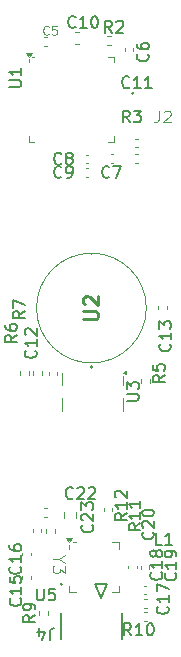
<source format=gbr>
%TF.GenerationSoftware,KiCad,Pcbnew,9.0.0*%
%TF.CreationDate,2025-03-13T15:41:23-04:00*%
%TF.ProjectId,IngestibleCapsule-Board,496e6765-7374-4696-926c-654361707375,rev?*%
%TF.SameCoordinates,Original*%
%TF.FileFunction,Legend,Top*%
%TF.FilePolarity,Positive*%
%FSLAX46Y46*%
G04 Gerber Fmt 4.6, Leading zero omitted, Abs format (unit mm)*
G04 Created by KiCad (PCBNEW 9.0.0) date 2025-03-13 15:41:23*
%MOMM*%
%LPD*%
G01*
G04 APERTURE LIST*
%ADD10C,0.150000*%
%ADD11C,0.093750*%
%ADD12C,0.254000*%
%ADD13C,0.100000*%
%ADD14C,0.120000*%
%ADD15C,0.200000*%
%ADD16C,0.152400*%
G04 APERTURE END LIST*
D10*
X107109580Y-115117857D02*
X107157200Y-115165476D01*
X107157200Y-115165476D02*
X107204819Y-115308333D01*
X107204819Y-115308333D02*
X107204819Y-115403571D01*
X107204819Y-115403571D02*
X107157200Y-115546428D01*
X107157200Y-115546428D02*
X107061961Y-115641666D01*
X107061961Y-115641666D02*
X106966723Y-115689285D01*
X106966723Y-115689285D02*
X106776247Y-115736904D01*
X106776247Y-115736904D02*
X106633390Y-115736904D01*
X106633390Y-115736904D02*
X106442914Y-115689285D01*
X106442914Y-115689285D02*
X106347676Y-115641666D01*
X106347676Y-115641666D02*
X106252438Y-115546428D01*
X106252438Y-115546428D02*
X106204819Y-115403571D01*
X106204819Y-115403571D02*
X106204819Y-115308333D01*
X106204819Y-115308333D02*
X106252438Y-115165476D01*
X106252438Y-115165476D02*
X106300057Y-115117857D01*
X107204819Y-114165476D02*
X107204819Y-114736904D01*
X107204819Y-114451190D02*
X106204819Y-114451190D01*
X106204819Y-114451190D02*
X106347676Y-114546428D01*
X106347676Y-114546428D02*
X106442914Y-114641666D01*
X106442914Y-114641666D02*
X106490533Y-114736904D01*
X107204819Y-113689285D02*
X107204819Y-113498809D01*
X107204819Y-113498809D02*
X107157200Y-113403571D01*
X107157200Y-113403571D02*
X107109580Y-113355952D01*
X107109580Y-113355952D02*
X106966723Y-113260714D01*
X106966723Y-113260714D02*
X106776247Y-113213095D01*
X106776247Y-113213095D02*
X106395295Y-113213095D01*
X106395295Y-113213095D02*
X106300057Y-113260714D01*
X106300057Y-113260714D02*
X106252438Y-113308333D01*
X106252438Y-113308333D02*
X106204819Y-113403571D01*
X106204819Y-113403571D02*
X106204819Y-113594047D01*
X106204819Y-113594047D02*
X106252438Y-113689285D01*
X106252438Y-113689285D02*
X106300057Y-113736904D01*
X106300057Y-113736904D02*
X106395295Y-113784523D01*
X106395295Y-113784523D02*
X106633390Y-113784523D01*
X106633390Y-113784523D02*
X106728628Y-113736904D01*
X106728628Y-113736904D02*
X106776247Y-113689285D01*
X106776247Y-113689285D02*
X106823866Y-113594047D01*
X106823866Y-113594047D02*
X106823866Y-113403571D01*
X106823866Y-113403571D02*
X106776247Y-113308333D01*
X106776247Y-113308333D02*
X106728628Y-113260714D01*
X106728628Y-113260714D02*
X106633390Y-113213095D01*
X105909580Y-115067857D02*
X105957200Y-115115476D01*
X105957200Y-115115476D02*
X106004819Y-115258333D01*
X106004819Y-115258333D02*
X106004819Y-115353571D01*
X106004819Y-115353571D02*
X105957200Y-115496428D01*
X105957200Y-115496428D02*
X105861961Y-115591666D01*
X105861961Y-115591666D02*
X105766723Y-115639285D01*
X105766723Y-115639285D02*
X105576247Y-115686904D01*
X105576247Y-115686904D02*
X105433390Y-115686904D01*
X105433390Y-115686904D02*
X105242914Y-115639285D01*
X105242914Y-115639285D02*
X105147676Y-115591666D01*
X105147676Y-115591666D02*
X105052438Y-115496428D01*
X105052438Y-115496428D02*
X105004819Y-115353571D01*
X105004819Y-115353571D02*
X105004819Y-115258333D01*
X105004819Y-115258333D02*
X105052438Y-115115476D01*
X105052438Y-115115476D02*
X105100057Y-115067857D01*
X106004819Y-114115476D02*
X106004819Y-114686904D01*
X106004819Y-114401190D02*
X105004819Y-114401190D01*
X105004819Y-114401190D02*
X105147676Y-114496428D01*
X105147676Y-114496428D02*
X105242914Y-114591666D01*
X105242914Y-114591666D02*
X105290533Y-114686904D01*
X105433390Y-113544047D02*
X105385771Y-113639285D01*
X105385771Y-113639285D02*
X105338152Y-113686904D01*
X105338152Y-113686904D02*
X105242914Y-113734523D01*
X105242914Y-113734523D02*
X105195295Y-113734523D01*
X105195295Y-113734523D02*
X105100057Y-113686904D01*
X105100057Y-113686904D02*
X105052438Y-113639285D01*
X105052438Y-113639285D02*
X105004819Y-113544047D01*
X105004819Y-113544047D02*
X105004819Y-113353571D01*
X105004819Y-113353571D02*
X105052438Y-113258333D01*
X105052438Y-113258333D02*
X105100057Y-113210714D01*
X105100057Y-113210714D02*
X105195295Y-113163095D01*
X105195295Y-113163095D02*
X105242914Y-113163095D01*
X105242914Y-113163095D02*
X105338152Y-113210714D01*
X105338152Y-113210714D02*
X105385771Y-113258333D01*
X105385771Y-113258333D02*
X105433390Y-113353571D01*
X105433390Y-113353571D02*
X105433390Y-113544047D01*
X105433390Y-113544047D02*
X105481009Y-113639285D01*
X105481009Y-113639285D02*
X105528628Y-113686904D01*
X105528628Y-113686904D02*
X105623866Y-113734523D01*
X105623866Y-113734523D02*
X105814342Y-113734523D01*
X105814342Y-113734523D02*
X105909580Y-113686904D01*
X105909580Y-113686904D02*
X105957200Y-113639285D01*
X105957200Y-113639285D02*
X106004819Y-113544047D01*
X106004819Y-113544047D02*
X106004819Y-113353571D01*
X106004819Y-113353571D02*
X105957200Y-113258333D01*
X105957200Y-113258333D02*
X105909580Y-113210714D01*
X105909580Y-113210714D02*
X105814342Y-113163095D01*
X105814342Y-113163095D02*
X105623866Y-113163095D01*
X105623866Y-113163095D02*
X105528628Y-113210714D01*
X105528628Y-113210714D02*
X105481009Y-113258333D01*
X105481009Y-113258333D02*
X105433390Y-113353571D01*
X106644579Y-95722858D02*
X106692199Y-95770477D01*
X106692199Y-95770477D02*
X106739818Y-95913334D01*
X106739818Y-95913334D02*
X106739818Y-96008572D01*
X106739818Y-96008572D02*
X106692199Y-96151429D01*
X106692199Y-96151429D02*
X106596960Y-96246667D01*
X106596960Y-96246667D02*
X106501722Y-96294286D01*
X106501722Y-96294286D02*
X106311246Y-96341905D01*
X106311246Y-96341905D02*
X106168389Y-96341905D01*
X106168389Y-96341905D02*
X105977913Y-96294286D01*
X105977913Y-96294286D02*
X105882675Y-96246667D01*
X105882675Y-96246667D02*
X105787437Y-96151429D01*
X105787437Y-96151429D02*
X105739818Y-96008572D01*
X105739818Y-96008572D02*
X105739818Y-95913334D01*
X105739818Y-95913334D02*
X105787437Y-95770477D01*
X105787437Y-95770477D02*
X105835056Y-95722858D01*
X106739818Y-94770477D02*
X106739818Y-95341905D01*
X106739818Y-95056191D02*
X105739818Y-95056191D01*
X105739818Y-95056191D02*
X105882675Y-95151429D01*
X105882675Y-95151429D02*
X105977913Y-95246667D01*
X105977913Y-95246667D02*
X106025532Y-95341905D01*
X105739818Y-94437143D02*
X105739818Y-93818096D01*
X105739818Y-93818096D02*
X106120770Y-94151429D01*
X106120770Y-94151429D02*
X106120770Y-94008572D01*
X106120770Y-94008572D02*
X106168389Y-93913334D01*
X106168389Y-93913334D02*
X106216008Y-93865715D01*
X106216008Y-93865715D02*
X106311246Y-93818096D01*
X106311246Y-93818096D02*
X106549341Y-93818096D01*
X106549341Y-93818096D02*
X106644579Y-93865715D01*
X106644579Y-93865715D02*
X106692199Y-93913334D01*
X106692199Y-93913334D02*
X106739818Y-94008572D01*
X106739818Y-94008572D02*
X106739818Y-94294286D01*
X106739818Y-94294286D02*
X106692199Y-94389524D01*
X106692199Y-94389524D02*
X106644579Y-94437143D01*
X103357142Y-120379819D02*
X103023809Y-119903628D01*
X102785714Y-120379819D02*
X102785714Y-119379819D01*
X102785714Y-119379819D02*
X103166666Y-119379819D01*
X103166666Y-119379819D02*
X103261904Y-119427438D01*
X103261904Y-119427438D02*
X103309523Y-119475057D01*
X103309523Y-119475057D02*
X103357142Y-119570295D01*
X103357142Y-119570295D02*
X103357142Y-119713152D01*
X103357142Y-119713152D02*
X103309523Y-119808390D01*
X103309523Y-119808390D02*
X103261904Y-119856009D01*
X103261904Y-119856009D02*
X103166666Y-119903628D01*
X103166666Y-119903628D02*
X102785714Y-119903628D01*
X104309523Y-120379819D02*
X103738095Y-120379819D01*
X104023809Y-120379819D02*
X104023809Y-119379819D01*
X104023809Y-119379819D02*
X103928571Y-119522676D01*
X103928571Y-119522676D02*
X103833333Y-119617914D01*
X103833333Y-119617914D02*
X103738095Y-119665533D01*
X104928571Y-119379819D02*
X105023809Y-119379819D01*
X105023809Y-119379819D02*
X105119047Y-119427438D01*
X105119047Y-119427438D02*
X105166666Y-119475057D01*
X105166666Y-119475057D02*
X105214285Y-119570295D01*
X105214285Y-119570295D02*
X105261904Y-119760771D01*
X105261904Y-119760771D02*
X105261904Y-119998866D01*
X105261904Y-119998866D02*
X105214285Y-120189342D01*
X105214285Y-120189342D02*
X105166666Y-120284580D01*
X105166666Y-120284580D02*
X105119047Y-120332200D01*
X105119047Y-120332200D02*
X105023809Y-120379819D01*
X105023809Y-120379819D02*
X104928571Y-120379819D01*
X104928571Y-120379819D02*
X104833333Y-120332200D01*
X104833333Y-120332200D02*
X104785714Y-120284580D01*
X104785714Y-120284580D02*
X104738095Y-120189342D01*
X104738095Y-120189342D02*
X104690476Y-119998866D01*
X104690476Y-119998866D02*
X104690476Y-119760771D01*
X104690476Y-119760771D02*
X104738095Y-119570295D01*
X104738095Y-119570295D02*
X104785714Y-119475057D01*
X104785714Y-119475057D02*
X104833333Y-119427438D01*
X104833333Y-119427438D02*
X104928571Y-119379819D01*
D11*
X96374999Y-69470660D02*
X96339285Y-69506375D01*
X96339285Y-69506375D02*
X96232142Y-69542089D01*
X96232142Y-69542089D02*
X96160714Y-69542089D01*
X96160714Y-69542089D02*
X96053571Y-69506375D01*
X96053571Y-69506375D02*
X95982142Y-69434946D01*
X95982142Y-69434946D02*
X95946428Y-69363517D01*
X95946428Y-69363517D02*
X95910714Y-69220660D01*
X95910714Y-69220660D02*
X95910714Y-69113517D01*
X95910714Y-69113517D02*
X95946428Y-68970660D01*
X95946428Y-68970660D02*
X95982142Y-68899232D01*
X95982142Y-68899232D02*
X96053571Y-68827803D01*
X96053571Y-68827803D02*
X96160714Y-68792089D01*
X96160714Y-68792089D02*
X96232142Y-68792089D01*
X96232142Y-68792089D02*
X96339285Y-68827803D01*
X96339285Y-68827803D02*
X96374999Y-68863517D01*
X97053571Y-68792089D02*
X96696428Y-68792089D01*
X96696428Y-68792089D02*
X96660714Y-69149232D01*
X96660714Y-69149232D02*
X96696428Y-69113517D01*
X96696428Y-69113517D02*
X96767857Y-69077803D01*
X96767857Y-69077803D02*
X96946428Y-69077803D01*
X96946428Y-69077803D02*
X97017857Y-69113517D01*
X97017857Y-69113517D02*
X97053571Y-69149232D01*
X97053571Y-69149232D02*
X97089285Y-69220660D01*
X97089285Y-69220660D02*
X97089285Y-69399232D01*
X97089285Y-69399232D02*
X97053571Y-69470660D01*
X97053571Y-69470660D02*
X97017857Y-69506375D01*
X97017857Y-69506375D02*
X96946428Y-69542089D01*
X96946428Y-69542089D02*
X96767857Y-69542089D01*
X96767857Y-69542089D02*
X96696428Y-69506375D01*
X96696428Y-69506375D02*
X96660714Y-69470660D01*
D10*
X97453333Y-81559580D02*
X97405714Y-81607200D01*
X97405714Y-81607200D02*
X97262857Y-81654819D01*
X97262857Y-81654819D02*
X97167619Y-81654819D01*
X97167619Y-81654819D02*
X97024762Y-81607200D01*
X97024762Y-81607200D02*
X96929524Y-81511961D01*
X96929524Y-81511961D02*
X96881905Y-81416723D01*
X96881905Y-81416723D02*
X96834286Y-81226247D01*
X96834286Y-81226247D02*
X96834286Y-81083390D01*
X96834286Y-81083390D02*
X96881905Y-80892914D01*
X96881905Y-80892914D02*
X96929524Y-80797676D01*
X96929524Y-80797676D02*
X97024762Y-80702438D01*
X97024762Y-80702438D02*
X97167619Y-80654819D01*
X97167619Y-80654819D02*
X97262857Y-80654819D01*
X97262857Y-80654819D02*
X97405714Y-80702438D01*
X97405714Y-80702438D02*
X97453333Y-80750057D01*
X97929524Y-81654819D02*
X98120000Y-81654819D01*
X98120000Y-81654819D02*
X98215238Y-81607200D01*
X98215238Y-81607200D02*
X98262857Y-81559580D01*
X98262857Y-81559580D02*
X98358095Y-81416723D01*
X98358095Y-81416723D02*
X98405714Y-81226247D01*
X98405714Y-81226247D02*
X98405714Y-80845295D01*
X98405714Y-80845295D02*
X98358095Y-80750057D01*
X98358095Y-80750057D02*
X98310476Y-80702438D01*
X98310476Y-80702438D02*
X98215238Y-80654819D01*
X98215238Y-80654819D02*
X98024762Y-80654819D01*
X98024762Y-80654819D02*
X97929524Y-80702438D01*
X97929524Y-80702438D02*
X97881905Y-80750057D01*
X97881905Y-80750057D02*
X97834286Y-80845295D01*
X97834286Y-80845295D02*
X97834286Y-81083390D01*
X97834286Y-81083390D02*
X97881905Y-81178628D01*
X97881905Y-81178628D02*
X97929524Y-81226247D01*
X97929524Y-81226247D02*
X98024762Y-81273866D01*
X98024762Y-81273866D02*
X98215238Y-81273866D01*
X98215238Y-81273866D02*
X98310476Y-81226247D01*
X98310476Y-81226247D02*
X98358095Y-81178628D01*
X98358095Y-81178628D02*
X98405714Y-81083390D01*
D12*
X99304318Y-93647619D02*
X100332413Y-93647619D01*
X100332413Y-93647619D02*
X100453365Y-93587142D01*
X100453365Y-93587142D02*
X100513842Y-93526666D01*
X100513842Y-93526666D02*
X100574318Y-93405714D01*
X100574318Y-93405714D02*
X100574318Y-93163809D01*
X100574318Y-93163809D02*
X100513842Y-93042857D01*
X100513842Y-93042857D02*
X100453365Y-92982380D01*
X100453365Y-92982380D02*
X100332413Y-92921904D01*
X100332413Y-92921904D02*
X99304318Y-92921904D01*
X99425270Y-92377619D02*
X99364794Y-92317143D01*
X99364794Y-92317143D02*
X99304318Y-92196190D01*
X99304318Y-92196190D02*
X99304318Y-91893809D01*
X99304318Y-91893809D02*
X99364794Y-91772857D01*
X99364794Y-91772857D02*
X99425270Y-91712381D01*
X99425270Y-91712381D02*
X99546222Y-91651904D01*
X99546222Y-91651904D02*
X99667175Y-91651904D01*
X99667175Y-91651904D02*
X99848603Y-91712381D01*
X99848603Y-91712381D02*
X100574318Y-92438095D01*
X100574318Y-92438095D02*
X100574318Y-91651904D01*
D10*
X105209580Y-111642857D02*
X105257200Y-111690476D01*
X105257200Y-111690476D02*
X105304819Y-111833333D01*
X105304819Y-111833333D02*
X105304819Y-111928571D01*
X105304819Y-111928571D02*
X105257200Y-112071428D01*
X105257200Y-112071428D02*
X105161961Y-112166666D01*
X105161961Y-112166666D02*
X105066723Y-112214285D01*
X105066723Y-112214285D02*
X104876247Y-112261904D01*
X104876247Y-112261904D02*
X104733390Y-112261904D01*
X104733390Y-112261904D02*
X104542914Y-112214285D01*
X104542914Y-112214285D02*
X104447676Y-112166666D01*
X104447676Y-112166666D02*
X104352438Y-112071428D01*
X104352438Y-112071428D02*
X104304819Y-111928571D01*
X104304819Y-111928571D02*
X104304819Y-111833333D01*
X104304819Y-111833333D02*
X104352438Y-111690476D01*
X104352438Y-111690476D02*
X104400057Y-111642857D01*
X104400057Y-111261904D02*
X104352438Y-111214285D01*
X104352438Y-111214285D02*
X104304819Y-111119047D01*
X104304819Y-111119047D02*
X104304819Y-110880952D01*
X104304819Y-110880952D02*
X104352438Y-110785714D01*
X104352438Y-110785714D02*
X104400057Y-110738095D01*
X104400057Y-110738095D02*
X104495295Y-110690476D01*
X104495295Y-110690476D02*
X104590533Y-110690476D01*
X104590533Y-110690476D02*
X104733390Y-110738095D01*
X104733390Y-110738095D02*
X105304819Y-111309523D01*
X105304819Y-111309523D02*
X105304819Y-110690476D01*
X104304819Y-110071428D02*
X104304819Y-109976190D01*
X104304819Y-109976190D02*
X104352438Y-109880952D01*
X104352438Y-109880952D02*
X104400057Y-109833333D01*
X104400057Y-109833333D02*
X104495295Y-109785714D01*
X104495295Y-109785714D02*
X104685771Y-109738095D01*
X104685771Y-109738095D02*
X104923866Y-109738095D01*
X104923866Y-109738095D02*
X105114342Y-109785714D01*
X105114342Y-109785714D02*
X105209580Y-109833333D01*
X105209580Y-109833333D02*
X105257200Y-109880952D01*
X105257200Y-109880952D02*
X105304819Y-109976190D01*
X105304819Y-109976190D02*
X105304819Y-110071428D01*
X105304819Y-110071428D02*
X105257200Y-110166666D01*
X105257200Y-110166666D02*
X105209580Y-110214285D01*
X105209580Y-110214285D02*
X105114342Y-110261904D01*
X105114342Y-110261904D02*
X104923866Y-110309523D01*
X104923866Y-110309523D02*
X104685771Y-110309523D01*
X104685771Y-110309523D02*
X104495295Y-110261904D01*
X104495295Y-110261904D02*
X104400057Y-110214285D01*
X104400057Y-110214285D02*
X104352438Y-110166666D01*
X104352438Y-110166666D02*
X104304819Y-110071428D01*
X106204819Y-98366666D02*
X105728628Y-98699999D01*
X106204819Y-98938094D02*
X105204819Y-98938094D01*
X105204819Y-98938094D02*
X105204819Y-98557142D01*
X105204819Y-98557142D02*
X105252438Y-98461904D01*
X105252438Y-98461904D02*
X105300057Y-98414285D01*
X105300057Y-98414285D02*
X105395295Y-98366666D01*
X105395295Y-98366666D02*
X105538152Y-98366666D01*
X105538152Y-98366666D02*
X105633390Y-98414285D01*
X105633390Y-98414285D02*
X105681009Y-98461904D01*
X105681009Y-98461904D02*
X105728628Y-98557142D01*
X105728628Y-98557142D02*
X105728628Y-98938094D01*
X105204819Y-97461904D02*
X105204819Y-97938094D01*
X105204819Y-97938094D02*
X105681009Y-97985713D01*
X105681009Y-97985713D02*
X105633390Y-97938094D01*
X105633390Y-97938094D02*
X105585771Y-97842856D01*
X105585771Y-97842856D02*
X105585771Y-97604761D01*
X105585771Y-97604761D02*
X105633390Y-97509523D01*
X105633390Y-97509523D02*
X105681009Y-97461904D01*
X105681009Y-97461904D02*
X105776247Y-97414285D01*
X105776247Y-97414285D02*
X106014342Y-97414285D01*
X106014342Y-97414285D02*
X106109580Y-97461904D01*
X106109580Y-97461904D02*
X106157200Y-97509523D01*
X106157200Y-97509523D02*
X106204819Y-97604761D01*
X106204819Y-97604761D02*
X106204819Y-97842856D01*
X106204819Y-97842856D02*
X106157200Y-97938094D01*
X106157200Y-97938094D02*
X106109580Y-97985713D01*
X106434580Y-117962857D02*
X106482200Y-118010476D01*
X106482200Y-118010476D02*
X106529819Y-118153333D01*
X106529819Y-118153333D02*
X106529819Y-118248571D01*
X106529819Y-118248571D02*
X106482200Y-118391428D01*
X106482200Y-118391428D02*
X106386961Y-118486666D01*
X106386961Y-118486666D02*
X106291723Y-118534285D01*
X106291723Y-118534285D02*
X106101247Y-118581904D01*
X106101247Y-118581904D02*
X105958390Y-118581904D01*
X105958390Y-118581904D02*
X105767914Y-118534285D01*
X105767914Y-118534285D02*
X105672676Y-118486666D01*
X105672676Y-118486666D02*
X105577438Y-118391428D01*
X105577438Y-118391428D02*
X105529819Y-118248571D01*
X105529819Y-118248571D02*
X105529819Y-118153333D01*
X105529819Y-118153333D02*
X105577438Y-118010476D01*
X105577438Y-118010476D02*
X105625057Y-117962857D01*
X106529819Y-117010476D02*
X106529819Y-117581904D01*
X106529819Y-117296190D02*
X105529819Y-117296190D01*
X105529819Y-117296190D02*
X105672676Y-117391428D01*
X105672676Y-117391428D02*
X105767914Y-117486666D01*
X105767914Y-117486666D02*
X105815533Y-117581904D01*
X105529819Y-116677142D02*
X105529819Y-116010476D01*
X105529819Y-116010476D02*
X106529819Y-116439047D01*
X100059580Y-111042857D02*
X100107200Y-111090476D01*
X100107200Y-111090476D02*
X100154819Y-111233333D01*
X100154819Y-111233333D02*
X100154819Y-111328571D01*
X100154819Y-111328571D02*
X100107200Y-111471428D01*
X100107200Y-111471428D02*
X100011961Y-111566666D01*
X100011961Y-111566666D02*
X99916723Y-111614285D01*
X99916723Y-111614285D02*
X99726247Y-111661904D01*
X99726247Y-111661904D02*
X99583390Y-111661904D01*
X99583390Y-111661904D02*
X99392914Y-111614285D01*
X99392914Y-111614285D02*
X99297676Y-111566666D01*
X99297676Y-111566666D02*
X99202438Y-111471428D01*
X99202438Y-111471428D02*
X99154819Y-111328571D01*
X99154819Y-111328571D02*
X99154819Y-111233333D01*
X99154819Y-111233333D02*
X99202438Y-111090476D01*
X99202438Y-111090476D02*
X99250057Y-111042857D01*
X99250057Y-110661904D02*
X99202438Y-110614285D01*
X99202438Y-110614285D02*
X99154819Y-110519047D01*
X99154819Y-110519047D02*
X99154819Y-110280952D01*
X99154819Y-110280952D02*
X99202438Y-110185714D01*
X99202438Y-110185714D02*
X99250057Y-110138095D01*
X99250057Y-110138095D02*
X99345295Y-110090476D01*
X99345295Y-110090476D02*
X99440533Y-110090476D01*
X99440533Y-110090476D02*
X99583390Y-110138095D01*
X99583390Y-110138095D02*
X100154819Y-110709523D01*
X100154819Y-110709523D02*
X100154819Y-110090476D01*
X99154819Y-109757142D02*
X99154819Y-109138095D01*
X99154819Y-109138095D02*
X99535771Y-109471428D01*
X99535771Y-109471428D02*
X99535771Y-109328571D01*
X99535771Y-109328571D02*
X99583390Y-109233333D01*
X99583390Y-109233333D02*
X99631009Y-109185714D01*
X99631009Y-109185714D02*
X99726247Y-109138095D01*
X99726247Y-109138095D02*
X99964342Y-109138095D01*
X99964342Y-109138095D02*
X100059580Y-109185714D01*
X100059580Y-109185714D02*
X100107200Y-109233333D01*
X100107200Y-109233333D02*
X100154819Y-109328571D01*
X100154819Y-109328571D02*
X100154819Y-109614285D01*
X100154819Y-109614285D02*
X100107200Y-109709523D01*
X100107200Y-109709523D02*
X100059580Y-109757142D01*
X96483333Y-120775180D02*
X96483333Y-120060895D01*
X96483333Y-120060895D02*
X96530952Y-119918038D01*
X96530952Y-119918038D02*
X96626190Y-119822800D01*
X96626190Y-119822800D02*
X96769047Y-119775180D01*
X96769047Y-119775180D02*
X96864285Y-119775180D01*
X95578571Y-120441847D02*
X95578571Y-119775180D01*
X95816666Y-120822800D02*
X96054761Y-120108514D01*
X96054761Y-120108514D02*
X95435714Y-120108514D01*
X95259580Y-96292857D02*
X95307200Y-96340476D01*
X95307200Y-96340476D02*
X95354819Y-96483333D01*
X95354819Y-96483333D02*
X95354819Y-96578571D01*
X95354819Y-96578571D02*
X95307200Y-96721428D01*
X95307200Y-96721428D02*
X95211961Y-96816666D01*
X95211961Y-96816666D02*
X95116723Y-96864285D01*
X95116723Y-96864285D02*
X94926247Y-96911904D01*
X94926247Y-96911904D02*
X94783390Y-96911904D01*
X94783390Y-96911904D02*
X94592914Y-96864285D01*
X94592914Y-96864285D02*
X94497676Y-96816666D01*
X94497676Y-96816666D02*
X94402438Y-96721428D01*
X94402438Y-96721428D02*
X94354819Y-96578571D01*
X94354819Y-96578571D02*
X94354819Y-96483333D01*
X94354819Y-96483333D02*
X94402438Y-96340476D01*
X94402438Y-96340476D02*
X94450057Y-96292857D01*
X95354819Y-95340476D02*
X95354819Y-95911904D01*
X95354819Y-95626190D02*
X94354819Y-95626190D01*
X94354819Y-95626190D02*
X94497676Y-95721428D01*
X94497676Y-95721428D02*
X94592914Y-95816666D01*
X94592914Y-95816666D02*
X94640533Y-95911904D01*
X94450057Y-94959523D02*
X94402438Y-94911904D01*
X94402438Y-94911904D02*
X94354819Y-94816666D01*
X94354819Y-94816666D02*
X94354819Y-94578571D01*
X94354819Y-94578571D02*
X94402438Y-94483333D01*
X94402438Y-94483333D02*
X94450057Y-94435714D01*
X94450057Y-94435714D02*
X94545295Y-94388095D01*
X94545295Y-94388095D02*
X94640533Y-94388095D01*
X94640533Y-94388095D02*
X94783390Y-94435714D01*
X94783390Y-94435714D02*
X95354819Y-95007142D01*
X95354819Y-95007142D02*
X95354819Y-94388095D01*
X98657142Y-68859580D02*
X98609523Y-68907200D01*
X98609523Y-68907200D02*
X98466666Y-68954819D01*
X98466666Y-68954819D02*
X98371428Y-68954819D01*
X98371428Y-68954819D02*
X98228571Y-68907200D01*
X98228571Y-68907200D02*
X98133333Y-68811961D01*
X98133333Y-68811961D02*
X98085714Y-68716723D01*
X98085714Y-68716723D02*
X98038095Y-68526247D01*
X98038095Y-68526247D02*
X98038095Y-68383390D01*
X98038095Y-68383390D02*
X98085714Y-68192914D01*
X98085714Y-68192914D02*
X98133333Y-68097676D01*
X98133333Y-68097676D02*
X98228571Y-68002438D01*
X98228571Y-68002438D02*
X98371428Y-67954819D01*
X98371428Y-67954819D02*
X98466666Y-67954819D01*
X98466666Y-67954819D02*
X98609523Y-68002438D01*
X98609523Y-68002438D02*
X98657142Y-68050057D01*
X99609523Y-68954819D02*
X99038095Y-68954819D01*
X99323809Y-68954819D02*
X99323809Y-67954819D01*
X99323809Y-67954819D02*
X99228571Y-68097676D01*
X99228571Y-68097676D02*
X99133333Y-68192914D01*
X99133333Y-68192914D02*
X99038095Y-68240533D01*
X100228571Y-67954819D02*
X100323809Y-67954819D01*
X100323809Y-67954819D02*
X100419047Y-68002438D01*
X100419047Y-68002438D02*
X100466666Y-68050057D01*
X100466666Y-68050057D02*
X100514285Y-68145295D01*
X100514285Y-68145295D02*
X100561904Y-68335771D01*
X100561904Y-68335771D02*
X100561904Y-68573866D01*
X100561904Y-68573866D02*
X100514285Y-68764342D01*
X100514285Y-68764342D02*
X100466666Y-68859580D01*
X100466666Y-68859580D02*
X100419047Y-68907200D01*
X100419047Y-68907200D02*
X100323809Y-68954819D01*
X100323809Y-68954819D02*
X100228571Y-68954819D01*
X100228571Y-68954819D02*
X100133333Y-68907200D01*
X100133333Y-68907200D02*
X100085714Y-68859580D01*
X100085714Y-68859580D02*
X100038095Y-68764342D01*
X100038095Y-68764342D02*
X99990476Y-68573866D01*
X99990476Y-68573866D02*
X99990476Y-68335771D01*
X99990476Y-68335771D02*
X100038095Y-68145295D01*
X100038095Y-68145295D02*
X100085714Y-68050057D01*
X100085714Y-68050057D02*
X100133333Y-68002438D01*
X100133333Y-68002438D02*
X100228571Y-67954819D01*
X98432142Y-108759580D02*
X98384523Y-108807200D01*
X98384523Y-108807200D02*
X98241666Y-108854819D01*
X98241666Y-108854819D02*
X98146428Y-108854819D01*
X98146428Y-108854819D02*
X98003571Y-108807200D01*
X98003571Y-108807200D02*
X97908333Y-108711961D01*
X97908333Y-108711961D02*
X97860714Y-108616723D01*
X97860714Y-108616723D02*
X97813095Y-108426247D01*
X97813095Y-108426247D02*
X97813095Y-108283390D01*
X97813095Y-108283390D02*
X97860714Y-108092914D01*
X97860714Y-108092914D02*
X97908333Y-107997676D01*
X97908333Y-107997676D02*
X98003571Y-107902438D01*
X98003571Y-107902438D02*
X98146428Y-107854819D01*
X98146428Y-107854819D02*
X98241666Y-107854819D01*
X98241666Y-107854819D02*
X98384523Y-107902438D01*
X98384523Y-107902438D02*
X98432142Y-107950057D01*
X98813095Y-107950057D02*
X98860714Y-107902438D01*
X98860714Y-107902438D02*
X98955952Y-107854819D01*
X98955952Y-107854819D02*
X99194047Y-107854819D01*
X99194047Y-107854819D02*
X99289285Y-107902438D01*
X99289285Y-107902438D02*
X99336904Y-107950057D01*
X99336904Y-107950057D02*
X99384523Y-108045295D01*
X99384523Y-108045295D02*
X99384523Y-108140533D01*
X99384523Y-108140533D02*
X99336904Y-108283390D01*
X99336904Y-108283390D02*
X98765476Y-108854819D01*
X98765476Y-108854819D02*
X99384523Y-108854819D01*
X99765476Y-107950057D02*
X99813095Y-107902438D01*
X99813095Y-107902438D02*
X99908333Y-107854819D01*
X99908333Y-107854819D02*
X100146428Y-107854819D01*
X100146428Y-107854819D02*
X100241666Y-107902438D01*
X100241666Y-107902438D02*
X100289285Y-107950057D01*
X100289285Y-107950057D02*
X100336904Y-108045295D01*
X100336904Y-108045295D02*
X100336904Y-108140533D01*
X100336904Y-108140533D02*
X100289285Y-108283390D01*
X100289285Y-108283390D02*
X99717857Y-108854819D01*
X99717857Y-108854819D02*
X100336904Y-108854819D01*
X95388095Y-116429819D02*
X95388095Y-117239342D01*
X95388095Y-117239342D02*
X95435714Y-117334580D01*
X95435714Y-117334580D02*
X95483333Y-117382200D01*
X95483333Y-117382200D02*
X95578571Y-117429819D01*
X95578571Y-117429819D02*
X95769047Y-117429819D01*
X95769047Y-117429819D02*
X95864285Y-117382200D01*
X95864285Y-117382200D02*
X95911904Y-117334580D01*
X95911904Y-117334580D02*
X95959523Y-117239342D01*
X95959523Y-117239342D02*
X95959523Y-116429819D01*
X96911904Y-116429819D02*
X96435714Y-116429819D01*
X96435714Y-116429819D02*
X96388095Y-116906009D01*
X96388095Y-116906009D02*
X96435714Y-116858390D01*
X96435714Y-116858390D02*
X96530952Y-116810771D01*
X96530952Y-116810771D02*
X96769047Y-116810771D01*
X96769047Y-116810771D02*
X96864285Y-116858390D01*
X96864285Y-116858390D02*
X96911904Y-116906009D01*
X96911904Y-116906009D02*
X96959523Y-117001247D01*
X96959523Y-117001247D02*
X96959523Y-117239342D01*
X96959523Y-117239342D02*
X96911904Y-117334580D01*
X96911904Y-117334580D02*
X96864285Y-117382200D01*
X96864285Y-117382200D02*
X96769047Y-117429819D01*
X96769047Y-117429819D02*
X96530952Y-117429819D01*
X96530952Y-117429819D02*
X96435714Y-117382200D01*
X96435714Y-117382200D02*
X96388095Y-117334580D01*
X97453333Y-80434580D02*
X97405714Y-80482200D01*
X97405714Y-80482200D02*
X97262857Y-80529819D01*
X97262857Y-80529819D02*
X97167619Y-80529819D01*
X97167619Y-80529819D02*
X97024762Y-80482200D01*
X97024762Y-80482200D02*
X96929524Y-80386961D01*
X96929524Y-80386961D02*
X96881905Y-80291723D01*
X96881905Y-80291723D02*
X96834286Y-80101247D01*
X96834286Y-80101247D02*
X96834286Y-79958390D01*
X96834286Y-79958390D02*
X96881905Y-79767914D01*
X96881905Y-79767914D02*
X96929524Y-79672676D01*
X96929524Y-79672676D02*
X97024762Y-79577438D01*
X97024762Y-79577438D02*
X97167619Y-79529819D01*
X97167619Y-79529819D02*
X97262857Y-79529819D01*
X97262857Y-79529819D02*
X97405714Y-79577438D01*
X97405714Y-79577438D02*
X97453333Y-79625057D01*
X98024762Y-79958390D02*
X97929524Y-79910771D01*
X97929524Y-79910771D02*
X97881905Y-79863152D01*
X97881905Y-79863152D02*
X97834286Y-79767914D01*
X97834286Y-79767914D02*
X97834286Y-79720295D01*
X97834286Y-79720295D02*
X97881905Y-79625057D01*
X97881905Y-79625057D02*
X97929524Y-79577438D01*
X97929524Y-79577438D02*
X98024762Y-79529819D01*
X98024762Y-79529819D02*
X98215238Y-79529819D01*
X98215238Y-79529819D02*
X98310476Y-79577438D01*
X98310476Y-79577438D02*
X98358095Y-79625057D01*
X98358095Y-79625057D02*
X98405714Y-79720295D01*
X98405714Y-79720295D02*
X98405714Y-79767914D01*
X98405714Y-79767914D02*
X98358095Y-79863152D01*
X98358095Y-79863152D02*
X98310476Y-79910771D01*
X98310476Y-79910771D02*
X98215238Y-79958390D01*
X98215238Y-79958390D02*
X98024762Y-79958390D01*
X98024762Y-79958390D02*
X97929524Y-80006009D01*
X97929524Y-80006009D02*
X97881905Y-80053628D01*
X97881905Y-80053628D02*
X97834286Y-80148866D01*
X97834286Y-80148866D02*
X97834286Y-80339342D01*
X97834286Y-80339342D02*
X97881905Y-80434580D01*
X97881905Y-80434580D02*
X97929524Y-80482200D01*
X97929524Y-80482200D02*
X98024762Y-80529819D01*
X98024762Y-80529819D02*
X98215238Y-80529819D01*
X98215238Y-80529819D02*
X98310476Y-80482200D01*
X98310476Y-80482200D02*
X98358095Y-80434580D01*
X98358095Y-80434580D02*
X98405714Y-80339342D01*
X98405714Y-80339342D02*
X98405714Y-80148866D01*
X98405714Y-80148866D02*
X98358095Y-80053628D01*
X98358095Y-80053628D02*
X98310476Y-80006009D01*
X98310476Y-80006009D02*
X98215238Y-79958390D01*
X103207142Y-73959580D02*
X103159523Y-74007200D01*
X103159523Y-74007200D02*
X103016666Y-74054819D01*
X103016666Y-74054819D02*
X102921428Y-74054819D01*
X102921428Y-74054819D02*
X102778571Y-74007200D01*
X102778571Y-74007200D02*
X102683333Y-73911961D01*
X102683333Y-73911961D02*
X102635714Y-73816723D01*
X102635714Y-73816723D02*
X102588095Y-73626247D01*
X102588095Y-73626247D02*
X102588095Y-73483390D01*
X102588095Y-73483390D02*
X102635714Y-73292914D01*
X102635714Y-73292914D02*
X102683333Y-73197676D01*
X102683333Y-73197676D02*
X102778571Y-73102438D01*
X102778571Y-73102438D02*
X102921428Y-73054819D01*
X102921428Y-73054819D02*
X103016666Y-73054819D01*
X103016666Y-73054819D02*
X103159523Y-73102438D01*
X103159523Y-73102438D02*
X103207142Y-73150057D01*
X104159523Y-74054819D02*
X103588095Y-74054819D01*
X103873809Y-74054819D02*
X103873809Y-73054819D01*
X103873809Y-73054819D02*
X103778571Y-73197676D01*
X103778571Y-73197676D02*
X103683333Y-73292914D01*
X103683333Y-73292914D02*
X103588095Y-73340533D01*
X105111904Y-74054819D02*
X104540476Y-74054819D01*
X104826190Y-74054819D02*
X104826190Y-73054819D01*
X104826190Y-73054819D02*
X104730952Y-73197676D01*
X104730952Y-73197676D02*
X104635714Y-73292914D01*
X104635714Y-73292914D02*
X104540476Y-73340533D01*
X93984580Y-117267857D02*
X94032200Y-117315476D01*
X94032200Y-117315476D02*
X94079819Y-117458333D01*
X94079819Y-117458333D02*
X94079819Y-117553571D01*
X94079819Y-117553571D02*
X94032200Y-117696428D01*
X94032200Y-117696428D02*
X93936961Y-117791666D01*
X93936961Y-117791666D02*
X93841723Y-117839285D01*
X93841723Y-117839285D02*
X93651247Y-117886904D01*
X93651247Y-117886904D02*
X93508390Y-117886904D01*
X93508390Y-117886904D02*
X93317914Y-117839285D01*
X93317914Y-117839285D02*
X93222676Y-117791666D01*
X93222676Y-117791666D02*
X93127438Y-117696428D01*
X93127438Y-117696428D02*
X93079819Y-117553571D01*
X93079819Y-117553571D02*
X93079819Y-117458333D01*
X93079819Y-117458333D02*
X93127438Y-117315476D01*
X93127438Y-117315476D02*
X93175057Y-117267857D01*
X94079819Y-116315476D02*
X94079819Y-116886904D01*
X94079819Y-116601190D02*
X93079819Y-116601190D01*
X93079819Y-116601190D02*
X93222676Y-116696428D01*
X93222676Y-116696428D02*
X93317914Y-116791666D01*
X93317914Y-116791666D02*
X93365533Y-116886904D01*
X93079819Y-115410714D02*
X93079819Y-115886904D01*
X93079819Y-115886904D02*
X93556009Y-115934523D01*
X93556009Y-115934523D02*
X93508390Y-115886904D01*
X93508390Y-115886904D02*
X93460771Y-115791666D01*
X93460771Y-115791666D02*
X93460771Y-115553571D01*
X93460771Y-115553571D02*
X93508390Y-115458333D01*
X93508390Y-115458333D02*
X93556009Y-115410714D01*
X93556009Y-115410714D02*
X93651247Y-115363095D01*
X93651247Y-115363095D02*
X93889342Y-115363095D01*
X93889342Y-115363095D02*
X93984580Y-115410714D01*
X93984580Y-115410714D02*
X94032200Y-115458333D01*
X94032200Y-115458333D02*
X94079819Y-115553571D01*
X94079819Y-115553571D02*
X94079819Y-115791666D01*
X94079819Y-115791666D02*
X94032200Y-115886904D01*
X94032200Y-115886904D02*
X93984580Y-115934523D01*
X104154819Y-110917857D02*
X103678628Y-111251190D01*
X104154819Y-111489285D02*
X103154819Y-111489285D01*
X103154819Y-111489285D02*
X103154819Y-111108333D01*
X103154819Y-111108333D02*
X103202438Y-111013095D01*
X103202438Y-111013095D02*
X103250057Y-110965476D01*
X103250057Y-110965476D02*
X103345295Y-110917857D01*
X103345295Y-110917857D02*
X103488152Y-110917857D01*
X103488152Y-110917857D02*
X103583390Y-110965476D01*
X103583390Y-110965476D02*
X103631009Y-111013095D01*
X103631009Y-111013095D02*
X103678628Y-111108333D01*
X103678628Y-111108333D02*
X103678628Y-111489285D01*
X104154819Y-109965476D02*
X104154819Y-110536904D01*
X104154819Y-110251190D02*
X103154819Y-110251190D01*
X103154819Y-110251190D02*
X103297676Y-110346428D01*
X103297676Y-110346428D02*
X103392914Y-110441666D01*
X103392914Y-110441666D02*
X103440533Y-110536904D01*
X104154819Y-109013095D02*
X104154819Y-109584523D01*
X104154819Y-109298809D02*
X103154819Y-109298809D01*
X103154819Y-109298809D02*
X103297676Y-109394047D01*
X103297676Y-109394047D02*
X103392914Y-109489285D01*
X103392914Y-109489285D02*
X103440533Y-109584523D01*
X94354819Y-92966666D02*
X93878628Y-93299999D01*
X94354819Y-93538094D02*
X93354819Y-93538094D01*
X93354819Y-93538094D02*
X93354819Y-93157142D01*
X93354819Y-93157142D02*
X93402438Y-93061904D01*
X93402438Y-93061904D02*
X93450057Y-93014285D01*
X93450057Y-93014285D02*
X93545295Y-92966666D01*
X93545295Y-92966666D02*
X93688152Y-92966666D01*
X93688152Y-92966666D02*
X93783390Y-93014285D01*
X93783390Y-93014285D02*
X93831009Y-93061904D01*
X93831009Y-93061904D02*
X93878628Y-93157142D01*
X93878628Y-93157142D02*
X93878628Y-93538094D01*
X93354819Y-92633332D02*
X93354819Y-91966666D01*
X93354819Y-91966666D02*
X94354819Y-92395237D01*
X104759580Y-71166666D02*
X104807200Y-71214285D01*
X104807200Y-71214285D02*
X104854819Y-71357142D01*
X104854819Y-71357142D02*
X104854819Y-71452380D01*
X104854819Y-71452380D02*
X104807200Y-71595237D01*
X104807200Y-71595237D02*
X104711961Y-71690475D01*
X104711961Y-71690475D02*
X104616723Y-71738094D01*
X104616723Y-71738094D02*
X104426247Y-71785713D01*
X104426247Y-71785713D02*
X104283390Y-71785713D01*
X104283390Y-71785713D02*
X104092914Y-71738094D01*
X104092914Y-71738094D02*
X103997676Y-71690475D01*
X103997676Y-71690475D02*
X103902438Y-71595237D01*
X103902438Y-71595237D02*
X103854819Y-71452380D01*
X103854819Y-71452380D02*
X103854819Y-71357142D01*
X103854819Y-71357142D02*
X103902438Y-71214285D01*
X103902438Y-71214285D02*
X103950057Y-71166666D01*
X103854819Y-70309523D02*
X103854819Y-70499999D01*
X103854819Y-70499999D02*
X103902438Y-70595237D01*
X103902438Y-70595237D02*
X103950057Y-70642856D01*
X103950057Y-70642856D02*
X104092914Y-70738094D01*
X104092914Y-70738094D02*
X104283390Y-70785713D01*
X104283390Y-70785713D02*
X104664342Y-70785713D01*
X104664342Y-70785713D02*
X104759580Y-70738094D01*
X104759580Y-70738094D02*
X104807200Y-70690475D01*
X104807200Y-70690475D02*
X104854819Y-70595237D01*
X104854819Y-70595237D02*
X104854819Y-70404761D01*
X104854819Y-70404761D02*
X104807200Y-70309523D01*
X104807200Y-70309523D02*
X104759580Y-70261904D01*
X104759580Y-70261904D02*
X104664342Y-70214285D01*
X104664342Y-70214285D02*
X104426247Y-70214285D01*
X104426247Y-70214285D02*
X104331009Y-70261904D01*
X104331009Y-70261904D02*
X104283390Y-70309523D01*
X104283390Y-70309523D02*
X104235771Y-70404761D01*
X104235771Y-70404761D02*
X104235771Y-70595237D01*
X104235771Y-70595237D02*
X104283390Y-70690475D01*
X104283390Y-70690475D02*
X104331009Y-70738094D01*
X104331009Y-70738094D02*
X104426247Y-70785713D01*
X101533333Y-81559580D02*
X101485714Y-81607200D01*
X101485714Y-81607200D02*
X101342857Y-81654819D01*
X101342857Y-81654819D02*
X101247619Y-81654819D01*
X101247619Y-81654819D02*
X101104762Y-81607200D01*
X101104762Y-81607200D02*
X101009524Y-81511961D01*
X101009524Y-81511961D02*
X100961905Y-81416723D01*
X100961905Y-81416723D02*
X100914286Y-81226247D01*
X100914286Y-81226247D02*
X100914286Y-81083390D01*
X100914286Y-81083390D02*
X100961905Y-80892914D01*
X100961905Y-80892914D02*
X101009524Y-80797676D01*
X101009524Y-80797676D02*
X101104762Y-80702438D01*
X101104762Y-80702438D02*
X101247619Y-80654819D01*
X101247619Y-80654819D02*
X101342857Y-80654819D01*
X101342857Y-80654819D02*
X101485714Y-80702438D01*
X101485714Y-80702438D02*
X101533333Y-80750057D01*
X101866667Y-80654819D02*
X102533333Y-80654819D01*
X102533333Y-80654819D02*
X102104762Y-81654819D01*
X93704819Y-94966666D02*
X93228628Y-95299999D01*
X93704819Y-95538094D02*
X92704819Y-95538094D01*
X92704819Y-95538094D02*
X92704819Y-95157142D01*
X92704819Y-95157142D02*
X92752438Y-95061904D01*
X92752438Y-95061904D02*
X92800057Y-95014285D01*
X92800057Y-95014285D02*
X92895295Y-94966666D01*
X92895295Y-94966666D02*
X93038152Y-94966666D01*
X93038152Y-94966666D02*
X93133390Y-95014285D01*
X93133390Y-95014285D02*
X93181009Y-95061904D01*
X93181009Y-95061904D02*
X93228628Y-95157142D01*
X93228628Y-95157142D02*
X93228628Y-95538094D01*
X92704819Y-94109523D02*
X92704819Y-94299999D01*
X92704819Y-94299999D02*
X92752438Y-94395237D01*
X92752438Y-94395237D02*
X92800057Y-94442856D01*
X92800057Y-94442856D02*
X92942914Y-94538094D01*
X92942914Y-94538094D02*
X93133390Y-94585713D01*
X93133390Y-94585713D02*
X93514342Y-94585713D01*
X93514342Y-94585713D02*
X93609580Y-94538094D01*
X93609580Y-94538094D02*
X93657200Y-94490475D01*
X93657200Y-94490475D02*
X93704819Y-94395237D01*
X93704819Y-94395237D02*
X93704819Y-94204761D01*
X93704819Y-94204761D02*
X93657200Y-94109523D01*
X93657200Y-94109523D02*
X93609580Y-94061904D01*
X93609580Y-94061904D02*
X93514342Y-94014285D01*
X93514342Y-94014285D02*
X93276247Y-94014285D01*
X93276247Y-94014285D02*
X93181009Y-94061904D01*
X93181009Y-94061904D02*
X93133390Y-94109523D01*
X93133390Y-94109523D02*
X93085771Y-94204761D01*
X93085771Y-94204761D02*
X93085771Y-94395237D01*
X93085771Y-94395237D02*
X93133390Y-94490475D01*
X93133390Y-94490475D02*
X93181009Y-94538094D01*
X93181009Y-94538094D02*
X93276247Y-94585713D01*
X95234819Y-118666666D02*
X94758628Y-118999999D01*
X95234819Y-119238094D02*
X94234819Y-119238094D01*
X94234819Y-119238094D02*
X94234819Y-118857142D01*
X94234819Y-118857142D02*
X94282438Y-118761904D01*
X94282438Y-118761904D02*
X94330057Y-118714285D01*
X94330057Y-118714285D02*
X94425295Y-118666666D01*
X94425295Y-118666666D02*
X94568152Y-118666666D01*
X94568152Y-118666666D02*
X94663390Y-118714285D01*
X94663390Y-118714285D02*
X94711009Y-118761904D01*
X94711009Y-118761904D02*
X94758628Y-118857142D01*
X94758628Y-118857142D02*
X94758628Y-119238094D01*
X95234819Y-118190475D02*
X95234819Y-117999999D01*
X95234819Y-117999999D02*
X95187200Y-117904761D01*
X95187200Y-117904761D02*
X95139580Y-117857142D01*
X95139580Y-117857142D02*
X94996723Y-117761904D01*
X94996723Y-117761904D02*
X94806247Y-117714285D01*
X94806247Y-117714285D02*
X94425295Y-117714285D01*
X94425295Y-117714285D02*
X94330057Y-117761904D01*
X94330057Y-117761904D02*
X94282438Y-117809523D01*
X94282438Y-117809523D02*
X94234819Y-117904761D01*
X94234819Y-117904761D02*
X94234819Y-118095237D01*
X94234819Y-118095237D02*
X94282438Y-118190475D01*
X94282438Y-118190475D02*
X94330057Y-118238094D01*
X94330057Y-118238094D02*
X94425295Y-118285713D01*
X94425295Y-118285713D02*
X94663390Y-118285713D01*
X94663390Y-118285713D02*
X94758628Y-118238094D01*
X94758628Y-118238094D02*
X94806247Y-118190475D01*
X94806247Y-118190475D02*
X94853866Y-118095237D01*
X94853866Y-118095237D02*
X94853866Y-117904761D01*
X94853866Y-117904761D02*
X94806247Y-117809523D01*
X94806247Y-117809523D02*
X94758628Y-117761904D01*
X94758628Y-117761904D02*
X94663390Y-117714285D01*
X103233333Y-76954819D02*
X102900000Y-76478628D01*
X102661905Y-76954819D02*
X102661905Y-75954819D01*
X102661905Y-75954819D02*
X103042857Y-75954819D01*
X103042857Y-75954819D02*
X103138095Y-76002438D01*
X103138095Y-76002438D02*
X103185714Y-76050057D01*
X103185714Y-76050057D02*
X103233333Y-76145295D01*
X103233333Y-76145295D02*
X103233333Y-76288152D01*
X103233333Y-76288152D02*
X103185714Y-76383390D01*
X103185714Y-76383390D02*
X103138095Y-76431009D01*
X103138095Y-76431009D02*
X103042857Y-76478628D01*
X103042857Y-76478628D02*
X102661905Y-76478628D01*
X103566667Y-75954819D02*
X104185714Y-75954819D01*
X104185714Y-75954819D02*
X103852381Y-76335771D01*
X103852381Y-76335771D02*
X103995238Y-76335771D01*
X103995238Y-76335771D02*
X104090476Y-76383390D01*
X104090476Y-76383390D02*
X104138095Y-76431009D01*
X104138095Y-76431009D02*
X104185714Y-76526247D01*
X104185714Y-76526247D02*
X104185714Y-76764342D01*
X104185714Y-76764342D02*
X104138095Y-76859580D01*
X104138095Y-76859580D02*
X104090476Y-76907200D01*
X104090476Y-76907200D02*
X103995238Y-76954819D01*
X103995238Y-76954819D02*
X103709524Y-76954819D01*
X103709524Y-76954819D02*
X103614286Y-76907200D01*
X103614286Y-76907200D02*
X103566667Y-76859580D01*
D13*
X105716666Y-75957419D02*
X105716666Y-76671704D01*
X105716666Y-76671704D02*
X105669047Y-76814561D01*
X105669047Y-76814561D02*
X105573809Y-76909800D01*
X105573809Y-76909800D02*
X105430952Y-76957419D01*
X105430952Y-76957419D02*
X105335714Y-76957419D01*
X106145238Y-76052657D02*
X106192857Y-76005038D01*
X106192857Y-76005038D02*
X106288095Y-75957419D01*
X106288095Y-75957419D02*
X106526190Y-75957419D01*
X106526190Y-75957419D02*
X106621428Y-76005038D01*
X106621428Y-76005038D02*
X106669047Y-76052657D01*
X106669047Y-76052657D02*
X106716666Y-76147895D01*
X106716666Y-76147895D02*
X106716666Y-76243133D01*
X106716666Y-76243133D02*
X106669047Y-76385990D01*
X106669047Y-76385990D02*
X106097619Y-76957419D01*
X106097619Y-76957419D02*
X106716666Y-76957419D01*
D10*
X102979819Y-110042857D02*
X102503628Y-110376190D01*
X102979819Y-110614285D02*
X101979819Y-110614285D01*
X101979819Y-110614285D02*
X101979819Y-110233333D01*
X101979819Y-110233333D02*
X102027438Y-110138095D01*
X102027438Y-110138095D02*
X102075057Y-110090476D01*
X102075057Y-110090476D02*
X102170295Y-110042857D01*
X102170295Y-110042857D02*
X102313152Y-110042857D01*
X102313152Y-110042857D02*
X102408390Y-110090476D01*
X102408390Y-110090476D02*
X102456009Y-110138095D01*
X102456009Y-110138095D02*
X102503628Y-110233333D01*
X102503628Y-110233333D02*
X102503628Y-110614285D01*
X102979819Y-109090476D02*
X102979819Y-109661904D01*
X102979819Y-109376190D02*
X101979819Y-109376190D01*
X101979819Y-109376190D02*
X102122676Y-109471428D01*
X102122676Y-109471428D02*
X102217914Y-109566666D01*
X102217914Y-109566666D02*
X102265533Y-109661904D01*
X102075057Y-108709523D02*
X102027438Y-108661904D01*
X102027438Y-108661904D02*
X101979819Y-108566666D01*
X101979819Y-108566666D02*
X101979819Y-108328571D01*
X101979819Y-108328571D02*
X102027438Y-108233333D01*
X102027438Y-108233333D02*
X102075057Y-108185714D01*
X102075057Y-108185714D02*
X102170295Y-108138095D01*
X102170295Y-108138095D02*
X102265533Y-108138095D01*
X102265533Y-108138095D02*
X102408390Y-108185714D01*
X102408390Y-108185714D02*
X102979819Y-108757142D01*
X102979819Y-108757142D02*
X102979819Y-108138095D01*
X93054819Y-73961904D02*
X93864342Y-73961904D01*
X93864342Y-73961904D02*
X93959580Y-73914285D01*
X93959580Y-73914285D02*
X94007200Y-73866666D01*
X94007200Y-73866666D02*
X94054819Y-73771428D01*
X94054819Y-73771428D02*
X94054819Y-73580952D01*
X94054819Y-73580952D02*
X94007200Y-73485714D01*
X94007200Y-73485714D02*
X93959580Y-73438095D01*
X93959580Y-73438095D02*
X93864342Y-73390476D01*
X93864342Y-73390476D02*
X93054819Y-73390476D01*
X94054819Y-72390476D02*
X94054819Y-72961904D01*
X94054819Y-72676190D02*
X93054819Y-72676190D01*
X93054819Y-72676190D02*
X93197676Y-72771428D01*
X93197676Y-72771428D02*
X93292914Y-72866666D01*
X93292914Y-72866666D02*
X93340533Y-72961904D01*
X93959580Y-114567857D02*
X94007200Y-114615476D01*
X94007200Y-114615476D02*
X94054819Y-114758333D01*
X94054819Y-114758333D02*
X94054819Y-114853571D01*
X94054819Y-114853571D02*
X94007200Y-114996428D01*
X94007200Y-114996428D02*
X93911961Y-115091666D01*
X93911961Y-115091666D02*
X93816723Y-115139285D01*
X93816723Y-115139285D02*
X93626247Y-115186904D01*
X93626247Y-115186904D02*
X93483390Y-115186904D01*
X93483390Y-115186904D02*
X93292914Y-115139285D01*
X93292914Y-115139285D02*
X93197676Y-115091666D01*
X93197676Y-115091666D02*
X93102438Y-114996428D01*
X93102438Y-114996428D02*
X93054819Y-114853571D01*
X93054819Y-114853571D02*
X93054819Y-114758333D01*
X93054819Y-114758333D02*
X93102438Y-114615476D01*
X93102438Y-114615476D02*
X93150057Y-114567857D01*
X94054819Y-113615476D02*
X94054819Y-114186904D01*
X94054819Y-113901190D02*
X93054819Y-113901190D01*
X93054819Y-113901190D02*
X93197676Y-113996428D01*
X93197676Y-113996428D02*
X93292914Y-114091666D01*
X93292914Y-114091666D02*
X93340533Y-114186904D01*
X93054819Y-112758333D02*
X93054819Y-112948809D01*
X93054819Y-112948809D02*
X93102438Y-113044047D01*
X93102438Y-113044047D02*
X93150057Y-113091666D01*
X93150057Y-113091666D02*
X93292914Y-113186904D01*
X93292914Y-113186904D02*
X93483390Y-113234523D01*
X93483390Y-113234523D02*
X93864342Y-113234523D01*
X93864342Y-113234523D02*
X93959580Y-113186904D01*
X93959580Y-113186904D02*
X94007200Y-113139285D01*
X94007200Y-113139285D02*
X94054819Y-113044047D01*
X94054819Y-113044047D02*
X94054819Y-112853571D01*
X94054819Y-112853571D02*
X94007200Y-112758333D01*
X94007200Y-112758333D02*
X93959580Y-112710714D01*
X93959580Y-112710714D02*
X93864342Y-112663095D01*
X93864342Y-112663095D02*
X93626247Y-112663095D01*
X93626247Y-112663095D02*
X93531009Y-112710714D01*
X93531009Y-112710714D02*
X93483390Y-112758333D01*
X93483390Y-112758333D02*
X93435771Y-112853571D01*
X93435771Y-112853571D02*
X93435771Y-113044047D01*
X93435771Y-113044047D02*
X93483390Y-113139285D01*
X93483390Y-113139285D02*
X93531009Y-113186904D01*
X93531009Y-113186904D02*
X93626247Y-113234523D01*
D13*
X97218771Y-113923809D02*
X96742580Y-113923809D01*
X97742580Y-113590476D02*
X97218771Y-113923809D01*
X97218771Y-113923809D02*
X97742580Y-114257142D01*
X97742580Y-114495238D02*
X97742580Y-115114285D01*
X97742580Y-115114285D02*
X97361628Y-114780952D01*
X97361628Y-114780952D02*
X97361628Y-114923809D01*
X97361628Y-114923809D02*
X97314009Y-115019047D01*
X97314009Y-115019047D02*
X97266390Y-115066666D01*
X97266390Y-115066666D02*
X97171152Y-115114285D01*
X97171152Y-115114285D02*
X96933057Y-115114285D01*
X96933057Y-115114285D02*
X96837819Y-115066666D01*
X96837819Y-115066666D02*
X96790200Y-115019047D01*
X96790200Y-115019047D02*
X96742580Y-114923809D01*
X96742580Y-114923809D02*
X96742580Y-114638095D01*
X96742580Y-114638095D02*
X96790200Y-114542857D01*
X96790200Y-114542857D02*
X96837819Y-114495238D01*
D10*
X103004819Y-100511904D02*
X103814342Y-100511904D01*
X103814342Y-100511904D02*
X103909580Y-100464285D01*
X103909580Y-100464285D02*
X103957200Y-100416666D01*
X103957200Y-100416666D02*
X104004819Y-100321428D01*
X104004819Y-100321428D02*
X104004819Y-100130952D01*
X104004819Y-100130952D02*
X103957200Y-100035714D01*
X103957200Y-100035714D02*
X103909580Y-99988095D01*
X103909580Y-99988095D02*
X103814342Y-99940476D01*
X103814342Y-99940476D02*
X103004819Y-99940476D01*
X103004819Y-99559523D02*
X103004819Y-98940476D01*
X103004819Y-98940476D02*
X103385771Y-99273809D01*
X103385771Y-99273809D02*
X103385771Y-99130952D01*
X103385771Y-99130952D02*
X103433390Y-99035714D01*
X103433390Y-99035714D02*
X103481009Y-98988095D01*
X103481009Y-98988095D02*
X103576247Y-98940476D01*
X103576247Y-98940476D02*
X103814342Y-98940476D01*
X103814342Y-98940476D02*
X103909580Y-98988095D01*
X103909580Y-98988095D02*
X103957200Y-99035714D01*
X103957200Y-99035714D02*
X104004819Y-99130952D01*
X104004819Y-99130952D02*
X104004819Y-99416666D01*
X104004819Y-99416666D02*
X103957200Y-99511904D01*
X103957200Y-99511904D02*
X103909580Y-99559523D01*
X101733333Y-69354819D02*
X101400000Y-68878628D01*
X101161905Y-69354819D02*
X101161905Y-68354819D01*
X101161905Y-68354819D02*
X101542857Y-68354819D01*
X101542857Y-68354819D02*
X101638095Y-68402438D01*
X101638095Y-68402438D02*
X101685714Y-68450057D01*
X101685714Y-68450057D02*
X101733333Y-68545295D01*
X101733333Y-68545295D02*
X101733333Y-68688152D01*
X101733333Y-68688152D02*
X101685714Y-68783390D01*
X101685714Y-68783390D02*
X101638095Y-68831009D01*
X101638095Y-68831009D02*
X101542857Y-68878628D01*
X101542857Y-68878628D02*
X101161905Y-68878628D01*
X102114286Y-68450057D02*
X102161905Y-68402438D01*
X102161905Y-68402438D02*
X102257143Y-68354819D01*
X102257143Y-68354819D02*
X102495238Y-68354819D01*
X102495238Y-68354819D02*
X102590476Y-68402438D01*
X102590476Y-68402438D02*
X102638095Y-68450057D01*
X102638095Y-68450057D02*
X102685714Y-68545295D01*
X102685714Y-68545295D02*
X102685714Y-68640533D01*
X102685714Y-68640533D02*
X102638095Y-68783390D01*
X102638095Y-68783390D02*
X102066667Y-69354819D01*
X102066667Y-69354819D02*
X102685714Y-69354819D01*
X105958333Y-112729819D02*
X105482143Y-112729819D01*
X105482143Y-112729819D02*
X105482143Y-111729819D01*
X106815476Y-112729819D02*
X106244048Y-112729819D01*
X106529762Y-112729819D02*
X106529762Y-111729819D01*
X106529762Y-111729819D02*
X106434524Y-111872676D01*
X106434524Y-111872676D02*
X106339286Y-111967914D01*
X106339286Y-111967914D02*
X106244048Y-112015533D01*
D14*
%TO.C,C19*%
X104190000Y-114517164D02*
X104190000Y-114732836D01*
X104910000Y-114517164D02*
X104910000Y-114732836D01*
%TO.C,C18*%
X103140000Y-114512164D02*
X103140000Y-114727836D01*
X103860000Y-114512164D02*
X103860000Y-114727836D01*
%TO.C,C13*%
X105640000Y-92757836D02*
X105640000Y-92542164D01*
X106360000Y-92757836D02*
X106360000Y-92542164D01*
%TO.C,R10*%
X104733641Y-117320000D02*
X104426359Y-117320000D01*
X104733641Y-118080000D02*
X104426359Y-118080000D01*
%TO.C,C5*%
X95992164Y-69740000D02*
X96207836Y-69740000D01*
X95992164Y-70460000D02*
X96207836Y-70460000D01*
%TO.C,C9*%
X99512164Y-80840000D02*
X99727836Y-80840000D01*
X99512164Y-81560000D02*
X99727836Y-81560000D01*
D13*
%TO.C,U2*%
X100000000Y-88080000D02*
X100000000Y-88080000D01*
X100000000Y-97280000D02*
X100000000Y-97280000D01*
X104650000Y-92680000D02*
G75*
G02*
X95350000Y-92680000I-4650000J0D01*
G01*
X95350000Y-92680000D02*
G75*
G02*
X104650000Y-92680000I4650000J0D01*
G01*
D15*
X100080000Y-97680000D02*
G75*
G02*
X99920000Y-97680000I-80000J0D01*
G01*
X99920000Y-97680000D02*
G75*
G02*
X100080000Y-97680000I80000J0D01*
G01*
D14*
%TO.C,C20*%
X101065000Y-109832836D02*
X101065000Y-109617164D01*
X101785000Y-109832836D02*
X101785000Y-109617164D01*
%TO.C,R5*%
X104170000Y-98686359D02*
X104170000Y-98993641D01*
X104930000Y-98686359D02*
X104930000Y-98993641D01*
%TO.C,C17*%
X104462164Y-118440000D02*
X104677836Y-118440000D01*
X104462164Y-119160000D02*
X104677836Y-119160000D01*
%TO.C,C23*%
X95040000Y-111637836D02*
X95040000Y-111422164D01*
X95760000Y-111637836D02*
X95760000Y-111422164D01*
D16*
%TO.C,J4*%
X97450005Y-118461072D02*
X97450005Y-120738928D01*
X100263995Y-116018000D02*
X100771995Y-117211800D01*
X101279995Y-116018000D02*
X100263995Y-116018000D01*
X101279995Y-116018000D02*
X100771995Y-117211800D01*
X102549995Y-120738928D02*
X102549995Y-118461072D01*
D14*
%TO.C,C12*%
X96390000Y-98307836D02*
X96390000Y-98092164D01*
X97110000Y-98307836D02*
X97110000Y-98092164D01*
%TO.C,C10*%
X98634420Y-69290000D02*
X98915580Y-69290000D01*
X98634420Y-70310000D02*
X98915580Y-70310000D01*
%TO.C,C22*%
X96207836Y-109640000D02*
X95992164Y-109640000D01*
X96207836Y-110360000D02*
X95992164Y-110360000D01*
%TO.C,U5*%
X98115000Y-113065000D02*
X98115000Y-112755000D01*
X98115000Y-116735000D02*
X98115000Y-116185000D01*
X98665000Y-112515000D02*
X98415000Y-112515000D01*
X98665000Y-116735000D02*
X98115000Y-116735000D01*
X101785000Y-112515000D02*
X102335000Y-112515000D01*
X101785000Y-116735000D02*
X102335000Y-116735000D01*
X102335000Y-112515000D02*
X102335000Y-113065000D01*
X102335000Y-116735000D02*
X102335000Y-116185000D01*
X98115000Y-112515000D02*
X97875000Y-112185000D01*
X98355000Y-112185000D01*
X98115000Y-112515000D01*
G36*
X98115000Y-112515000D02*
G01*
X97875000Y-112185000D01*
X98355000Y-112185000D01*
X98115000Y-112515000D01*
G37*
%TO.C,C8*%
X99512164Y-79715000D02*
X99727836Y-79715000D01*
X99512164Y-80435000D02*
X99727836Y-80435000D01*
%TO.C,C21*%
X104442164Y-116190000D02*
X104657836Y-116190000D01*
X104442164Y-116910000D02*
X104657836Y-116910000D01*
%TO.C,C11*%
X103692164Y-78340000D02*
X103907836Y-78340000D01*
X103692164Y-79060000D02*
X103907836Y-79060000D01*
%TO.C,C15*%
X94140000Y-115607836D02*
X94140000Y-115392164D01*
X94860000Y-115607836D02*
X94860000Y-115392164D01*
%TO.C,R11*%
X97677500Y-110437258D02*
X97677500Y-109962742D01*
X98722500Y-110437258D02*
X98722500Y-109962742D01*
%TO.C,R7*%
X95070000Y-98036359D02*
X95070000Y-98343641D01*
X95830000Y-98036359D02*
X95830000Y-98343641D01*
%TO.C,C6*%
X102840000Y-70907836D02*
X102840000Y-70692164D01*
X103560000Y-70907836D02*
X103560000Y-70692164D01*
%TO.C,C7*%
X101632164Y-79640000D02*
X101847836Y-79640000D01*
X101632164Y-80360000D02*
X101847836Y-80360000D01*
%TO.C,R6*%
X93970000Y-98353641D02*
X93970000Y-98046359D01*
X94730000Y-98353641D02*
X94730000Y-98046359D01*
%TO.C,R9*%
X95570000Y-118653641D02*
X95570000Y-118346359D01*
X96330000Y-118653641D02*
X96330000Y-118346359D01*
%TO.C,R3*%
X103656359Y-79620000D02*
X103963641Y-79620000D01*
X103656359Y-80380000D02*
X103963641Y-80380000D01*
D13*
%TO.C,J2*%
X103600000Y-74500000D02*
G75*
G02*
X103400000Y-74500000I-100000J0D01*
G01*
X103400000Y-74500000D02*
G75*
G02*
X103600000Y-74500000I100000J0D01*
G01*
D14*
%TO.C,R12*%
X96170000Y-111713641D02*
X96170000Y-111406359D01*
X96930000Y-111713641D02*
X96930000Y-111406359D01*
%TO.C,U1*%
X94690000Y-71865000D02*
X94690000Y-71630000D01*
X94690000Y-78610000D02*
X94690000Y-78135000D01*
X95165000Y-71390000D02*
X94990000Y-71390000D01*
X95165000Y-78610000D02*
X94690000Y-78610000D01*
X101435000Y-71390000D02*
X101910000Y-71390000D01*
X101435000Y-78610000D02*
X101910000Y-78610000D01*
X101910000Y-71390000D02*
X101910000Y-71865000D01*
X101910000Y-78610000D02*
X101910000Y-78135000D01*
X94690000Y-71390000D02*
X94450000Y-71060000D01*
X94930000Y-71060000D01*
X94690000Y-71390000D01*
G36*
X94690000Y-71390000D02*
G01*
X94450000Y-71060000D01*
X94930000Y-71060000D01*
X94690000Y-71390000D01*
G37*
%TO.C,C16*%
X94140000Y-113392164D02*
X94140000Y-113607836D01*
X94860000Y-113392164D02*
X94860000Y-113607836D01*
D15*
%TO.C,Y3*%
X97518544Y-116049871D02*
G75*
G02*
X97358544Y-116049871I-80000J0D01*
G01*
X97358544Y-116049871D02*
G75*
G02*
X97518544Y-116049871I80000J0D01*
G01*
D14*
%TO.C,U3*%
X97490000Y-99190000D02*
X97490000Y-98140000D01*
X97490000Y-100310000D02*
X97490000Y-101360000D01*
X102710000Y-99190000D02*
X102710000Y-98440000D01*
X102710000Y-100310000D02*
X102710000Y-101360000D01*
X102900000Y-98280000D02*
X102710000Y-98140000D01*
X102900000Y-98000000D01*
X102900000Y-98280000D01*
G36*
X102900000Y-98280000D02*
G01*
X102710000Y-98140000D01*
X102900000Y-98000000D01*
X102900000Y-98280000D01*
G37*
%TO.C,R2*%
X101336359Y-69620000D02*
X101643641Y-69620000D01*
X101336359Y-70380000D02*
X101643641Y-70380000D01*
%TD*%
M02*

</source>
